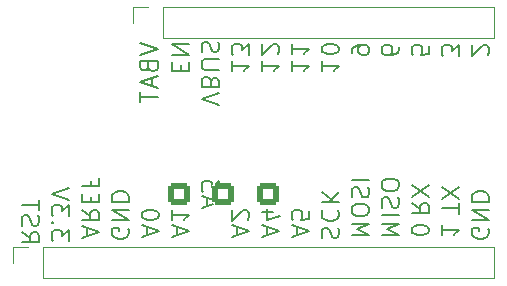
<source format=gbr>
%TF.GenerationSoftware,KiCad,Pcbnew,(6.0.10-0)*%
%TF.CreationDate,2023-01-20T18:51:18-05:00*%
%TF.ProjectId,EyeSPI-Featherwing,45796553-5049-42d4-9665-617468657277,1.0.0*%
%TF.SameCoordinates,Original*%
%TF.FileFunction,Legend,Bot*%
%TF.FilePolarity,Positive*%
%FSLAX46Y46*%
G04 Gerber Fmt 4.6, Leading zero omitted, Abs format (unit mm)*
G04 Created by KiCad (PCBNEW (6.0.10-0)) date 2023-01-20 18:51:18*
%MOMM*%
%LPD*%
G01*
G04 APERTURE LIST*
G04 Aperture macros list*
%AMRoundRect*
0 Rectangle with rounded corners*
0 $1 Rounding radius*
0 $2 $3 $4 $5 $6 $7 $8 $9 X,Y pos of 4 corners*
0 Add a 4 corners polygon primitive as box body*
4,1,4,$2,$3,$4,$5,$6,$7,$8,$9,$2,$3,0*
0 Add four circle primitives for the rounded corners*
1,1,$1+$1,$2,$3*
1,1,$1+$1,$4,$5*
1,1,$1+$1,$6,$7*
1,1,$1+$1,$8,$9*
0 Add four rect primitives between the rounded corners*
20,1,$1+$1,$2,$3,$4,$5,0*
20,1,$1+$1,$4,$5,$6,$7,0*
20,1,$1+$1,$6,$7,$8,$9,0*
20,1,$1+$1,$8,$9,$2,$3,0*%
G04 Aperture macros list end*
%ADD10C,0.200000*%
%ADD11C,0.120000*%
%ADD12RoundRect,0.250000X-0.675000X-0.675000X0.675000X-0.675000X0.675000X0.675000X-0.675000X0.675000X0*%
%ADD13R,1.700000X1.700000*%
%ADD14O,1.700000X1.700000*%
G04 APERTURE END LIST*
D10*
X138878571Y-96595714D02*
X140378571Y-97095714D01*
X138878571Y-97595714D01*
X139592857Y-98595714D02*
X139664285Y-98810000D01*
X139735714Y-98881428D01*
X139878571Y-98952857D01*
X140092857Y-98952857D01*
X140235714Y-98881428D01*
X140307142Y-98810000D01*
X140378571Y-98667142D01*
X140378571Y-98095714D01*
X138878571Y-98095714D01*
X138878571Y-98595714D01*
X138950000Y-98738571D01*
X139021428Y-98810000D01*
X139164285Y-98881428D01*
X139307142Y-98881428D01*
X139450000Y-98810000D01*
X139521428Y-98738571D01*
X139592857Y-98595714D01*
X139592857Y-98095714D01*
X139950000Y-99524285D02*
X139950000Y-100238571D01*
X140378571Y-99381428D02*
X138878571Y-99881428D01*
X140378571Y-100381428D01*
X138878571Y-100667142D02*
X138878571Y-101524285D01*
X140378571Y-101095714D02*
X138878571Y-101095714D01*
X168390000Y-112267857D02*
X168461428Y-112410714D01*
X168461428Y-112625000D01*
X168390000Y-112839285D01*
X168247142Y-112982142D01*
X168104285Y-113053571D01*
X167818571Y-113125000D01*
X167604285Y-113125000D01*
X167318571Y-113053571D01*
X167175714Y-112982142D01*
X167032857Y-112839285D01*
X166961428Y-112625000D01*
X166961428Y-112482142D01*
X167032857Y-112267857D01*
X167104285Y-112196428D01*
X167604285Y-112196428D01*
X167604285Y-112482142D01*
X166961428Y-111553571D02*
X168461428Y-111553571D01*
X166961428Y-110696428D01*
X168461428Y-110696428D01*
X166961428Y-109982142D02*
X168461428Y-109982142D01*
X168461428Y-109625000D01*
X168390000Y-109410714D01*
X168247142Y-109267857D01*
X168104285Y-109196428D01*
X167818571Y-109125000D01*
X167604285Y-109125000D01*
X167318571Y-109196428D01*
X167175714Y-109267857D01*
X167032857Y-109410714D01*
X166961428Y-109625000D01*
X166961428Y-109982142D01*
X149181428Y-98075714D02*
X149181428Y-98932857D01*
X149181428Y-98504285D02*
X150681428Y-98504285D01*
X150467142Y-98647142D01*
X150324285Y-98790000D01*
X150252857Y-98932857D01*
X150538571Y-97504285D02*
X150610000Y-97432857D01*
X150681428Y-97290000D01*
X150681428Y-96932857D01*
X150610000Y-96790000D01*
X150538571Y-96718571D01*
X150395714Y-96647142D01*
X150252857Y-96647142D01*
X150038571Y-96718571D01*
X149181428Y-97575714D01*
X149181428Y-96647142D01*
X154332857Y-113053571D02*
X154261428Y-112839285D01*
X154261428Y-112482142D01*
X154332857Y-112339285D01*
X154404285Y-112267857D01*
X154547142Y-112196428D01*
X154690000Y-112196428D01*
X154832857Y-112267857D01*
X154904285Y-112339285D01*
X154975714Y-112482142D01*
X155047142Y-112767857D01*
X155118571Y-112910714D01*
X155190000Y-112982142D01*
X155332857Y-113053571D01*
X155475714Y-113053571D01*
X155618571Y-112982142D01*
X155690000Y-112910714D01*
X155761428Y-112767857D01*
X155761428Y-112410714D01*
X155690000Y-112196428D01*
X154404285Y-110696428D02*
X154332857Y-110767857D01*
X154261428Y-110982142D01*
X154261428Y-111125000D01*
X154332857Y-111339285D01*
X154475714Y-111482142D01*
X154618571Y-111553571D01*
X154904285Y-111625000D01*
X155118571Y-111625000D01*
X155404285Y-111553571D01*
X155547142Y-111482142D01*
X155690000Y-111339285D01*
X155761428Y-111125000D01*
X155761428Y-110982142D01*
X155690000Y-110767857D01*
X155618571Y-110696428D01*
X154261428Y-110053571D02*
X155761428Y-110053571D01*
X154261428Y-109196428D02*
X155118571Y-109839285D01*
X155761428Y-109196428D02*
X154904285Y-110053571D01*
X145601428Y-101810000D02*
X144101428Y-101310000D01*
X145601428Y-100810000D01*
X144887142Y-99810000D02*
X144815714Y-99595714D01*
X144744285Y-99524285D01*
X144601428Y-99452857D01*
X144387142Y-99452857D01*
X144244285Y-99524285D01*
X144172857Y-99595714D01*
X144101428Y-99738571D01*
X144101428Y-100310000D01*
X145601428Y-100310000D01*
X145601428Y-99810000D01*
X145530000Y-99667142D01*
X145458571Y-99595714D01*
X145315714Y-99524285D01*
X145172857Y-99524285D01*
X145030000Y-99595714D01*
X144958571Y-99667142D01*
X144887142Y-99810000D01*
X144887142Y-100310000D01*
X145601428Y-98810000D02*
X144387142Y-98810000D01*
X144244285Y-98738571D01*
X144172857Y-98667142D01*
X144101428Y-98524285D01*
X144101428Y-98238571D01*
X144172857Y-98095714D01*
X144244285Y-98024285D01*
X144387142Y-97952857D01*
X145601428Y-97952857D01*
X144172857Y-97310000D02*
X144101428Y-97095714D01*
X144101428Y-96738571D01*
X144172857Y-96595714D01*
X144244285Y-96524285D01*
X144387142Y-96452857D01*
X144530000Y-96452857D01*
X144672857Y-96524285D01*
X144744285Y-96595714D01*
X144815714Y-96738571D01*
X144887142Y-97024285D01*
X144958571Y-97167142D01*
X145030000Y-97238571D01*
X145172857Y-97310000D01*
X145315714Y-97310000D01*
X145458571Y-97238571D01*
X145530000Y-97167142D01*
X145601428Y-97024285D01*
X145601428Y-96667142D01*
X145530000Y-96452857D01*
X128861428Y-112581428D02*
X129575714Y-113081428D01*
X128861428Y-113438571D02*
X130361428Y-113438571D01*
X130361428Y-112867142D01*
X130290000Y-112724285D01*
X130218571Y-112652857D01*
X130075714Y-112581428D01*
X129861428Y-112581428D01*
X129718571Y-112652857D01*
X129647142Y-112724285D01*
X129575714Y-112867142D01*
X129575714Y-113438571D01*
X128932857Y-112010000D02*
X128861428Y-111795714D01*
X128861428Y-111438571D01*
X128932857Y-111295714D01*
X129004285Y-111224285D01*
X129147142Y-111152857D01*
X129290000Y-111152857D01*
X129432857Y-111224285D01*
X129504285Y-111295714D01*
X129575714Y-111438571D01*
X129647142Y-111724285D01*
X129718571Y-111867142D01*
X129790000Y-111938571D01*
X129932857Y-112010000D01*
X130075714Y-112010000D01*
X130218571Y-111938571D01*
X130290000Y-111867142D01*
X130361428Y-111724285D01*
X130361428Y-111367142D01*
X130290000Y-111152857D01*
X130361428Y-110724285D02*
X130361428Y-109867142D01*
X128861428Y-110295714D02*
X130361428Y-110295714D01*
X146641428Y-98075714D02*
X146641428Y-98932857D01*
X146641428Y-98504285D02*
X148141428Y-98504285D01*
X147927142Y-98647142D01*
X147784285Y-98790000D01*
X147712857Y-98932857D01*
X148141428Y-97575714D02*
X148141428Y-96647142D01*
X147570000Y-97147142D01*
X147570000Y-96932857D01*
X147498571Y-96790000D01*
X147427142Y-96718571D01*
X147284285Y-96647142D01*
X146927142Y-96647142D01*
X146784285Y-96718571D01*
X146712857Y-96790000D01*
X146641428Y-96932857D01*
X146641428Y-97361428D01*
X146712857Y-97504285D01*
X146784285Y-97575714D01*
X163381428Y-96797857D02*
X163381428Y-97512142D01*
X162667142Y-97583571D01*
X162738571Y-97512142D01*
X162810000Y-97369285D01*
X162810000Y-97012142D01*
X162738571Y-96869285D01*
X162667142Y-96797857D01*
X162524285Y-96726428D01*
X162167142Y-96726428D01*
X162024285Y-96797857D01*
X161952857Y-96869285D01*
X161881428Y-97012142D01*
X161881428Y-97369285D01*
X161952857Y-97512142D01*
X162024285Y-97583571D01*
X132901428Y-113339285D02*
X132901428Y-112410714D01*
X132330000Y-112910714D01*
X132330000Y-112696428D01*
X132258571Y-112553571D01*
X132187142Y-112482142D01*
X132044285Y-112410714D01*
X131687142Y-112410714D01*
X131544285Y-112482142D01*
X131472857Y-112553571D01*
X131401428Y-112696428D01*
X131401428Y-113125000D01*
X131472857Y-113267857D01*
X131544285Y-113339285D01*
X131544285Y-111767857D02*
X131472857Y-111696428D01*
X131401428Y-111767857D01*
X131472857Y-111839285D01*
X131544285Y-111767857D01*
X131401428Y-111767857D01*
X132901428Y-111196428D02*
X132901428Y-110267857D01*
X132330000Y-110767857D01*
X132330000Y-110553571D01*
X132258571Y-110410714D01*
X132187142Y-110339285D01*
X132044285Y-110267857D01*
X131687142Y-110267857D01*
X131544285Y-110339285D01*
X131472857Y-110410714D01*
X131401428Y-110553571D01*
X131401428Y-110982142D01*
X131472857Y-111125000D01*
X131544285Y-111196428D01*
X132901428Y-109839285D02*
X131401428Y-109339285D01*
X132901428Y-108839285D01*
X147070000Y-112831428D02*
X147070000Y-112117142D01*
X146641428Y-112974285D02*
X148141428Y-112474285D01*
X146641428Y-111974285D01*
X147998571Y-111545714D02*
X148070000Y-111474285D01*
X148141428Y-111331428D01*
X148141428Y-110974285D01*
X148070000Y-110831428D01*
X147998571Y-110760000D01*
X147855714Y-110688571D01*
X147712857Y-110688571D01*
X147498571Y-110760000D01*
X146641428Y-111617142D01*
X146641428Y-110688571D01*
X156801428Y-97440714D02*
X156801428Y-97155000D01*
X156872857Y-97012142D01*
X156944285Y-96940714D01*
X157158571Y-96797857D01*
X157444285Y-96726428D01*
X158015714Y-96726428D01*
X158158571Y-96797857D01*
X158230000Y-96869285D01*
X158301428Y-97012142D01*
X158301428Y-97297857D01*
X158230000Y-97440714D01*
X158158571Y-97512142D01*
X158015714Y-97583571D01*
X157658571Y-97583571D01*
X157515714Y-97512142D01*
X157444285Y-97440714D01*
X157372857Y-97297857D01*
X157372857Y-97012142D01*
X157444285Y-96869285D01*
X157515714Y-96797857D01*
X157658571Y-96726428D01*
X151721428Y-98075714D02*
X151721428Y-98932857D01*
X151721428Y-98504285D02*
X153221428Y-98504285D01*
X153007142Y-98647142D01*
X152864285Y-98790000D01*
X152792857Y-98932857D01*
X151721428Y-96647142D02*
X151721428Y-97504285D01*
X151721428Y-97075714D02*
X153221428Y-97075714D01*
X153007142Y-97218571D01*
X152864285Y-97361428D01*
X152792857Y-97504285D01*
X161881428Y-110105000D02*
X162595714Y-110605000D01*
X161881428Y-110962142D02*
X163381428Y-110962142D01*
X163381428Y-110390714D01*
X163310000Y-110247857D01*
X163238571Y-110176428D01*
X163095714Y-110105000D01*
X162881428Y-110105000D01*
X162738571Y-110176428D01*
X162667142Y-110247857D01*
X162595714Y-110390714D01*
X162595714Y-110962142D01*
X163381428Y-109605000D02*
X161881428Y-108605000D01*
X163381428Y-108605000D02*
X161881428Y-109605000D01*
X154261428Y-98075714D02*
X154261428Y-98932857D01*
X154261428Y-98504285D02*
X155761428Y-98504285D01*
X155547142Y-98647142D01*
X155404285Y-98790000D01*
X155332857Y-98932857D01*
X155761428Y-97147142D02*
X155761428Y-97004285D01*
X155690000Y-96861428D01*
X155618571Y-96790000D01*
X155475714Y-96718571D01*
X155190000Y-96647142D01*
X154832857Y-96647142D01*
X154547142Y-96718571D01*
X154404285Y-96790000D01*
X154332857Y-96861428D01*
X154261428Y-97004285D01*
X154261428Y-97147142D01*
X154332857Y-97290000D01*
X154404285Y-97361428D01*
X154547142Y-97432857D01*
X154832857Y-97504285D01*
X155190000Y-97504285D01*
X155475714Y-97432857D01*
X155618571Y-97361428D01*
X155690000Y-97290000D01*
X155761428Y-97147142D01*
X168318571Y-97583571D02*
X168390000Y-97512142D01*
X168461428Y-97369285D01*
X168461428Y-97012142D01*
X168390000Y-96869285D01*
X168318571Y-96797857D01*
X168175714Y-96726428D01*
X168032857Y-96726428D01*
X167818571Y-96797857D01*
X166961428Y-97655000D01*
X166961428Y-96726428D01*
X134370000Y-112918571D02*
X134370000Y-112204285D01*
X133941428Y-113061428D02*
X135441428Y-112561428D01*
X133941428Y-112061428D01*
X133941428Y-110704285D02*
X134655714Y-111204285D01*
X133941428Y-111561428D02*
X135441428Y-111561428D01*
X135441428Y-110990000D01*
X135370000Y-110847142D01*
X135298571Y-110775714D01*
X135155714Y-110704285D01*
X134941428Y-110704285D01*
X134798571Y-110775714D01*
X134727142Y-110847142D01*
X134655714Y-110990000D01*
X134655714Y-111561428D01*
X134727142Y-110061428D02*
X134727142Y-109561428D01*
X133941428Y-109347142D02*
X133941428Y-110061428D01*
X135441428Y-110061428D01*
X135441428Y-109347142D01*
X134727142Y-108204285D02*
X134727142Y-108704285D01*
X133941428Y-108704285D02*
X135441428Y-108704285D01*
X135441428Y-107990000D01*
X142347142Y-98897142D02*
X142347142Y-98397142D01*
X141561428Y-98182857D02*
X141561428Y-98897142D01*
X143061428Y-98897142D01*
X143061428Y-98182857D01*
X141561428Y-97540000D02*
X143061428Y-97540000D01*
X141561428Y-96682857D01*
X143061428Y-96682857D01*
X152150000Y-112831428D02*
X152150000Y-112117142D01*
X151721428Y-112974285D02*
X153221428Y-112474285D01*
X151721428Y-111974285D01*
X153221428Y-110760000D02*
X153221428Y-111474285D01*
X152507142Y-111545714D01*
X152578571Y-111474285D01*
X152650000Y-111331428D01*
X152650000Y-110974285D01*
X152578571Y-110831428D01*
X152507142Y-110760000D01*
X152364285Y-110688571D01*
X152007142Y-110688571D01*
X151864285Y-110760000D01*
X151792857Y-110831428D01*
X151721428Y-110974285D01*
X151721428Y-111331428D01*
X151792857Y-111474285D01*
X151864285Y-111545714D01*
X165921428Y-110997857D02*
X165921428Y-110140714D01*
X164421428Y-110569285D02*
X165921428Y-110569285D01*
X165921428Y-109783571D02*
X164421428Y-108783571D01*
X165921428Y-108783571D02*
X164421428Y-109783571D01*
X160841428Y-96869285D02*
X160841428Y-97155000D01*
X160770000Y-97297857D01*
X160698571Y-97369285D01*
X160484285Y-97512142D01*
X160198571Y-97583571D01*
X159627142Y-97583571D01*
X159484285Y-97512142D01*
X159412857Y-97440714D01*
X159341428Y-97297857D01*
X159341428Y-97012142D01*
X159412857Y-96869285D01*
X159484285Y-96797857D01*
X159627142Y-96726428D01*
X159984285Y-96726428D01*
X160127142Y-96797857D01*
X160198571Y-96869285D01*
X160270000Y-97012142D01*
X160270000Y-97297857D01*
X160198571Y-97440714D01*
X160127142Y-97512142D01*
X159984285Y-97583571D01*
X139450000Y-112831428D02*
X139450000Y-112117142D01*
X139021428Y-112974285D02*
X140521428Y-112474285D01*
X139021428Y-111974285D01*
X140521428Y-111188571D02*
X140521428Y-111045714D01*
X140450000Y-110902857D01*
X140378571Y-110831428D01*
X140235714Y-110760000D01*
X139950000Y-110688571D01*
X139592857Y-110688571D01*
X139307142Y-110760000D01*
X139164285Y-110831428D01*
X139092857Y-110902857D01*
X139021428Y-111045714D01*
X139021428Y-111188571D01*
X139092857Y-111331428D01*
X139164285Y-111402857D01*
X139307142Y-111474285D01*
X139592857Y-111545714D01*
X139950000Y-111545714D01*
X140235714Y-111474285D01*
X140378571Y-111402857D01*
X140450000Y-111331428D01*
X140521428Y-111188571D01*
X164421428Y-111966428D02*
X164421428Y-112823571D01*
X164421428Y-112395000D02*
X165921428Y-112395000D01*
X165707142Y-112537857D01*
X165564285Y-112680714D01*
X165492857Y-112823571D01*
X144530000Y-110367628D02*
X144530000Y-109653342D01*
X144101428Y-110510485D02*
X145601428Y-110010485D01*
X144101428Y-109510485D01*
X145601428Y-109153342D02*
X145601428Y-108224771D01*
X145030000Y-108724771D01*
X145030000Y-108510485D01*
X144958571Y-108367628D01*
X144887142Y-108296200D01*
X144744285Y-108224771D01*
X144387142Y-108224771D01*
X144244285Y-108296200D01*
X144172857Y-108367628D01*
X144101428Y-108510485D01*
X144101428Y-108939057D01*
X144172857Y-109081914D01*
X144244285Y-109153342D01*
X149610000Y-112831428D02*
X149610000Y-112117142D01*
X149181428Y-112974285D02*
X150681428Y-112474285D01*
X149181428Y-111974285D01*
X150181428Y-110831428D02*
X149181428Y-110831428D01*
X150752857Y-111188571D02*
X149681428Y-111545714D01*
X149681428Y-110617142D01*
X137910000Y-112267857D02*
X137981428Y-112410714D01*
X137981428Y-112625000D01*
X137910000Y-112839285D01*
X137767142Y-112982142D01*
X137624285Y-113053571D01*
X137338571Y-113125000D01*
X137124285Y-113125000D01*
X136838571Y-113053571D01*
X136695714Y-112982142D01*
X136552857Y-112839285D01*
X136481428Y-112625000D01*
X136481428Y-112482142D01*
X136552857Y-112267857D01*
X136624285Y-112196428D01*
X137124285Y-112196428D01*
X137124285Y-112482142D01*
X136481428Y-111553571D02*
X137981428Y-111553571D01*
X136481428Y-110696428D01*
X137981428Y-110696428D01*
X136481428Y-109982142D02*
X137981428Y-109982142D01*
X137981428Y-109625000D01*
X137910000Y-109410714D01*
X137767142Y-109267857D01*
X137624285Y-109196428D01*
X137338571Y-109125000D01*
X137124285Y-109125000D01*
X136838571Y-109196428D01*
X136695714Y-109267857D01*
X136552857Y-109410714D01*
X136481428Y-109625000D01*
X136481428Y-109982142D01*
X163381428Y-112466428D02*
X163381428Y-112323571D01*
X163310000Y-112180714D01*
X163238571Y-112109285D01*
X163095714Y-112037857D01*
X162810000Y-111966428D01*
X162452857Y-111966428D01*
X162167142Y-112037857D01*
X162024285Y-112109285D01*
X161952857Y-112180714D01*
X161881428Y-112323571D01*
X161881428Y-112466428D01*
X161952857Y-112609285D01*
X162024285Y-112680714D01*
X162167142Y-112752142D01*
X162452857Y-112823571D01*
X162810000Y-112823571D01*
X163095714Y-112752142D01*
X163238571Y-112680714D01*
X163310000Y-112609285D01*
X163381428Y-112466428D01*
X156801428Y-112847142D02*
X158301428Y-112847142D01*
X157230000Y-112347142D01*
X158301428Y-111847142D01*
X156801428Y-111847142D01*
X158301428Y-110847142D02*
X158301428Y-110561428D01*
X158230000Y-110418571D01*
X158087142Y-110275714D01*
X157801428Y-110204285D01*
X157301428Y-110204285D01*
X157015714Y-110275714D01*
X156872857Y-110418571D01*
X156801428Y-110561428D01*
X156801428Y-110847142D01*
X156872857Y-110990000D01*
X157015714Y-111132857D01*
X157301428Y-111204285D01*
X157801428Y-111204285D01*
X158087142Y-111132857D01*
X158230000Y-110990000D01*
X158301428Y-110847142D01*
X156872857Y-109632857D02*
X156801428Y-109418571D01*
X156801428Y-109061428D01*
X156872857Y-108918571D01*
X156944285Y-108847142D01*
X157087142Y-108775714D01*
X157230000Y-108775714D01*
X157372857Y-108847142D01*
X157444285Y-108918571D01*
X157515714Y-109061428D01*
X157587142Y-109347142D01*
X157658571Y-109490000D01*
X157730000Y-109561428D01*
X157872857Y-109632857D01*
X158015714Y-109632857D01*
X158158571Y-109561428D01*
X158230000Y-109490000D01*
X158301428Y-109347142D01*
X158301428Y-108990000D01*
X158230000Y-108775714D01*
X156801428Y-108132857D02*
X158301428Y-108132857D01*
X159341428Y-112847142D02*
X160841428Y-112847142D01*
X159770000Y-112347142D01*
X160841428Y-111847142D01*
X159341428Y-111847142D01*
X159341428Y-111132857D02*
X160841428Y-111132857D01*
X159412857Y-110490000D02*
X159341428Y-110275714D01*
X159341428Y-109918571D01*
X159412857Y-109775714D01*
X159484285Y-109704285D01*
X159627142Y-109632857D01*
X159770000Y-109632857D01*
X159912857Y-109704285D01*
X159984285Y-109775714D01*
X160055714Y-109918571D01*
X160127142Y-110204285D01*
X160198571Y-110347142D01*
X160270000Y-110418571D01*
X160412857Y-110490000D01*
X160555714Y-110490000D01*
X160698571Y-110418571D01*
X160770000Y-110347142D01*
X160841428Y-110204285D01*
X160841428Y-109847142D01*
X160770000Y-109632857D01*
X160841428Y-108704285D02*
X160841428Y-108418571D01*
X160770000Y-108275714D01*
X160627142Y-108132857D01*
X160341428Y-108061428D01*
X159841428Y-108061428D01*
X159555714Y-108132857D01*
X159412857Y-108275714D01*
X159341428Y-108418571D01*
X159341428Y-108704285D01*
X159412857Y-108847142D01*
X159555714Y-108990000D01*
X159841428Y-109061428D01*
X160341428Y-109061428D01*
X160627142Y-108990000D01*
X160770000Y-108847142D01*
X160841428Y-108704285D01*
X165921428Y-97655000D02*
X165921428Y-96726428D01*
X165350000Y-97226428D01*
X165350000Y-97012142D01*
X165278571Y-96869285D01*
X165207142Y-96797857D01*
X165064285Y-96726428D01*
X164707142Y-96726428D01*
X164564285Y-96797857D01*
X164492857Y-96869285D01*
X164421428Y-97012142D01*
X164421428Y-97440714D01*
X164492857Y-97583571D01*
X164564285Y-97655000D01*
X141990000Y-112831428D02*
X141990000Y-112117142D01*
X141561428Y-112974285D02*
X143061428Y-112474285D01*
X141561428Y-111974285D01*
X141561428Y-110688571D02*
X141561428Y-111545714D01*
X141561428Y-111117142D02*
X143061428Y-111117142D01*
X142847142Y-111260000D01*
X142704285Y-111402857D01*
X142632857Y-111545714D01*
D11*
%TO.C,J102*%
X139611100Y-93513600D02*
X138281100Y-93513600D01*
X140881100Y-93513600D02*
X168881100Y-93513600D01*
X140881100Y-96173600D02*
X168881100Y-96173600D01*
X168881100Y-93513600D02*
X168881100Y-96173600D01*
X140881100Y-93513600D02*
X140881100Y-96173600D01*
X138281100Y-93513600D02*
X138281100Y-94843600D01*
%TO.C,J101*%
X130721100Y-113833600D02*
X168881100Y-113833600D01*
X130721100Y-113833600D02*
X130721100Y-116493600D01*
X128121100Y-113833600D02*
X128121100Y-115163600D01*
X168881100Y-113833600D02*
X168881100Y-116493600D01*
X130721100Y-116493600D02*
X168881100Y-116493600D01*
X129451100Y-113833600D02*
X128121100Y-113833600D01*
%TD*%
%LPC*%
D12*
%TO.C,J108*%
X142176500Y-109308343D03*
%TD*%
%TO.C,J109*%
X149745700Y-109308343D03*
%TD*%
%TO.C,J107*%
X145961100Y-109308343D03*
%TD*%
D13*
%TO.C,J102*%
X139611100Y-94843600D03*
D14*
X142151100Y-94843600D03*
X144691100Y-94843600D03*
X147231100Y-94843600D03*
X149771100Y-94843600D03*
X152311100Y-94843600D03*
X154851100Y-94843600D03*
X157391100Y-94843600D03*
X159931100Y-94843600D03*
X162471100Y-94843600D03*
X165011100Y-94843600D03*
X167551100Y-94843600D03*
%TD*%
D13*
%TO.C,J101*%
X129451100Y-115163600D03*
D14*
X131991100Y-115163600D03*
X134531100Y-115163600D03*
X137071100Y-115163600D03*
X139611100Y-115163600D03*
X142151100Y-115163600D03*
X144691100Y-115163600D03*
X147231100Y-115163600D03*
X149771100Y-115163600D03*
X152311100Y-115163600D03*
X154851100Y-115163600D03*
X157391100Y-115163600D03*
X159931100Y-115163600D03*
X162471100Y-115163600D03*
X165011100Y-115163600D03*
X167551100Y-115163600D03*
%TD*%
M02*

</source>
